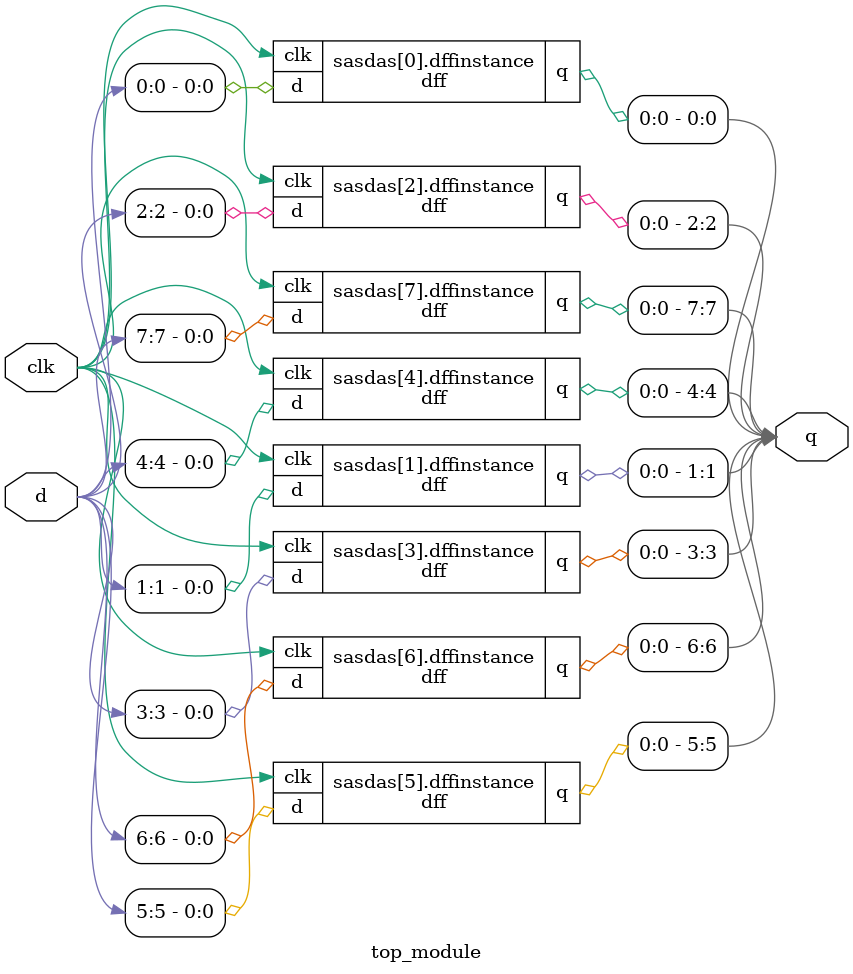
<source format=v>
module dff (input clk, input d, output q);
    always @(posedge clk)
        q <= d;
endmodule

module top_module (
    input clk,
    input [7:0] d,
    output [7:0] q
);
	genvar i;
    generate
        for (i=0; i<8;i++) begin: sasdas
            dff dffinstance(.clk(clk), .q(q[i]), .d(d[i]));
        end
    endgenerate
endmodule
</source>
